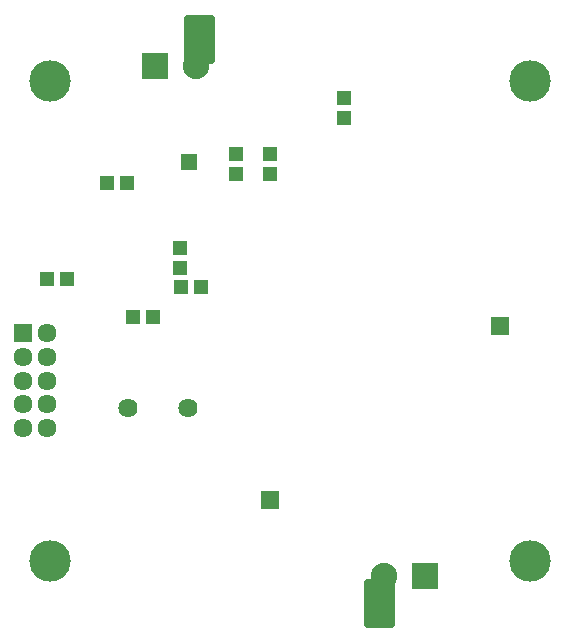
<source format=gbs>
G75*
G70*
%OFA0B0*%
%FSLAX24Y24*%
%IPPOS*%
%LPD*%
%AMOC8*
5,1,8,0,0,1.08239X$1,22.5*
%
%ADD10C,0.1380*%
%ADD11R,0.0880X0.0880*%
%ADD12C,0.0880*%
%ADD13R,0.0635X0.0635*%
%ADD14C,0.0635*%
%ADD15C,0.0256*%
%ADD16C,0.0640*%
%ADD17R,0.0513X0.0474*%
%ADD18R,0.0474X0.0513*%
%ADD19R,0.0595X0.0595*%
%ADD20R,0.0634X0.0634*%
%ADD21R,0.0556X0.0556*%
D10*
X003617Y003858D03*
X003617Y019858D03*
X019617Y019858D03*
X019617Y003858D03*
D11*
X016117Y003358D03*
X007117Y020358D03*
D12*
X008494Y020358D03*
X014739Y003358D03*
D13*
X002717Y011458D03*
D14*
X002717Y010671D03*
X003504Y010671D03*
X003504Y011458D03*
X003504Y009884D03*
X003504Y009096D03*
X003504Y008309D03*
X002717Y008309D03*
X002717Y009096D03*
X002717Y009884D03*
D15*
X009001Y020579D02*
X009001Y021937D01*
X009001Y020579D02*
X008233Y020579D01*
X008233Y021937D01*
X009001Y021937D01*
X009001Y020834D02*
X008233Y020834D01*
X008233Y021089D02*
X009001Y021089D01*
X009001Y021344D02*
X008233Y021344D01*
X008233Y021599D02*
X009001Y021599D01*
X009001Y021854D02*
X008233Y021854D01*
X014233Y003137D02*
X014233Y001779D01*
X014233Y003137D02*
X015001Y003137D01*
X015001Y001779D01*
X014233Y001779D01*
X014233Y002034D02*
X015001Y002034D01*
X015001Y002289D02*
X014233Y002289D01*
X014233Y002544D02*
X015001Y002544D01*
X015001Y002799D02*
X014233Y002799D01*
X014233Y003054D02*
X015001Y003054D01*
D16*
X008217Y008958D03*
X006217Y008958D03*
D17*
X006382Y012008D03*
X007051Y012008D03*
X007982Y013008D03*
X008651Y013008D03*
X006201Y016458D03*
X005532Y016458D03*
X004201Y013258D03*
X003532Y013258D03*
D18*
X007967Y013624D03*
X007967Y014293D03*
X009817Y016774D03*
X009817Y017443D03*
X010967Y017443D03*
X010967Y016774D03*
X013417Y018624D03*
X013417Y019293D03*
D19*
X018617Y011708D03*
D20*
X010967Y005908D03*
D21*
X008267Y017158D03*
M02*

</source>
